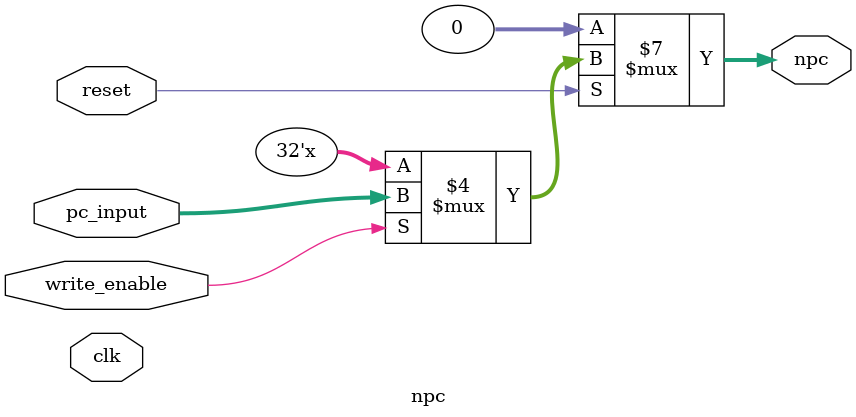
<source format=v>
`timescale 1ns / 1ps


module npc(
    input clk,
    input reset,
    input write_enable,
    input [31:0] pc_input,
    output reg [31:0] npc
    );

    initial begin
        npc <= 32'h0000_0000;
    end

    always @(pc_input, reset) begin
        if (!reset) begin
            npc <= 32'h0000_0000;
        end
        else begin
            if (write_enable) begin
                npc <= pc_input;
            end
        end
    end

endmodule

</source>
